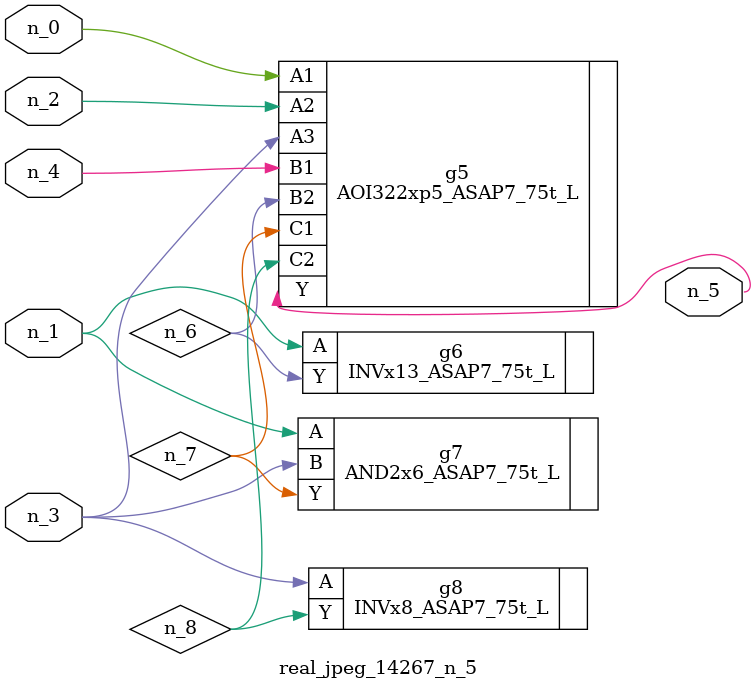
<source format=v>
module real_jpeg_14267_n_5 (n_4, n_0, n_1, n_2, n_3, n_5);

input n_4;
input n_0;
input n_1;
input n_2;
input n_3;

output n_5;

wire n_8;
wire n_6;
wire n_7;

AOI322xp5_ASAP7_75t_L g5 ( 
.A1(n_0),
.A2(n_2),
.A3(n_3),
.B1(n_4),
.B2(n_6),
.C1(n_7),
.C2(n_8),
.Y(n_5)
);

INVx13_ASAP7_75t_L g6 ( 
.A(n_1),
.Y(n_6)
);

AND2x6_ASAP7_75t_L g7 ( 
.A(n_1),
.B(n_3),
.Y(n_7)
);

INVx8_ASAP7_75t_L g8 ( 
.A(n_3),
.Y(n_8)
);


endmodule
</source>
